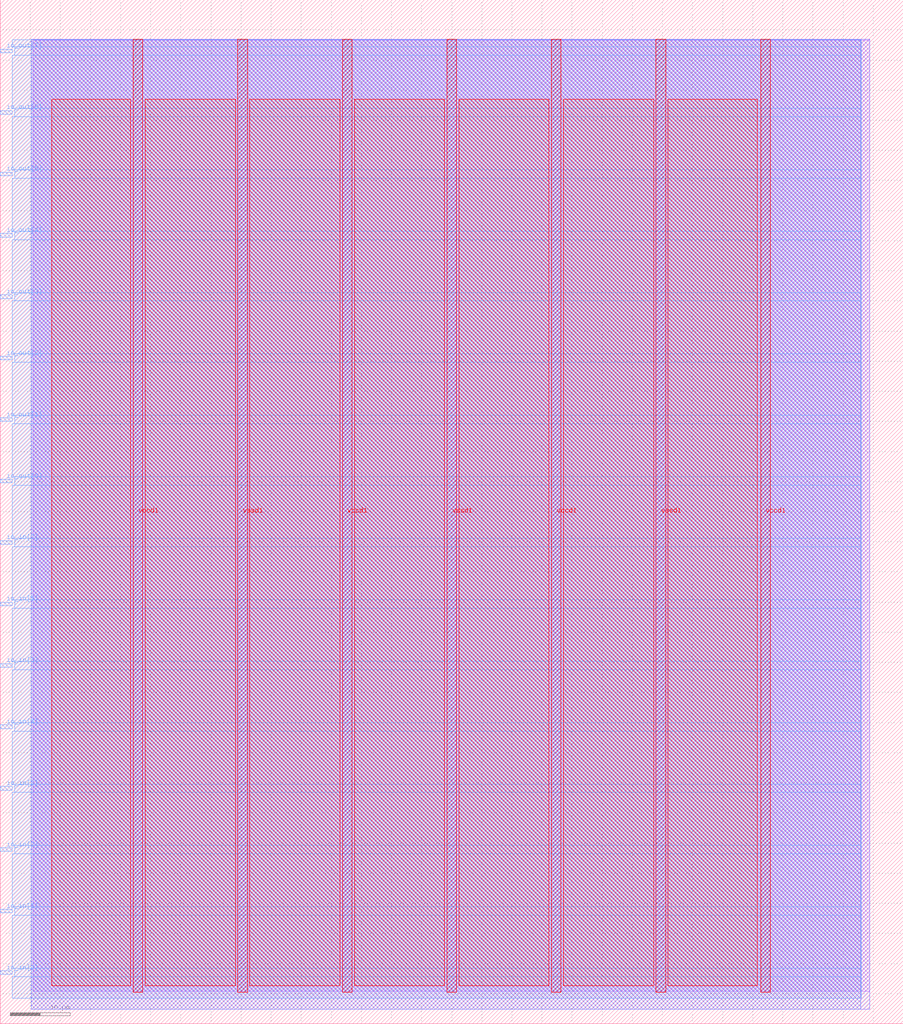
<source format=lef>
VERSION 5.7 ;
  NOWIREEXTENSIONATPIN ON ;
  DIVIDERCHAR "/" ;
  BUSBITCHARS "[]" ;
MACRO tholin_avalonsemi_5401
  CLASS BLOCK ;
  FOREIGN tholin_avalonsemi_5401 ;
  ORIGIN 0.000 0.000 ;
  SIZE 150.000 BY 170.000 ;
  PIN io_in[0]
    DIRECTION INPUT ;
    USE SIGNAL ;
    PORT
      LAYER met3 ;
        RECT 0.000 8.200 2.000 8.800 ;
    END
  END io_in[0]
  PIN io_in[1]
    DIRECTION INPUT ;
    USE SIGNAL ;
    PORT
      LAYER met3 ;
        RECT 0.000 18.400 2.000 19.000 ;
    END
  END io_in[1]
  PIN io_in[2]
    DIRECTION INPUT ;
    USE SIGNAL ;
    PORT
      LAYER met3 ;
        RECT 0.000 28.600 2.000 29.200 ;
    END
  END io_in[2]
  PIN io_in[3]
    DIRECTION INPUT ;
    USE SIGNAL ;
    PORT
      LAYER met3 ;
        RECT 0.000 38.800 2.000 39.400 ;
    END
  END io_in[3]
  PIN io_in[4]
    DIRECTION INPUT ;
    USE SIGNAL ;
    PORT
      LAYER met3 ;
        RECT 0.000 49.000 2.000 49.600 ;
    END
  END io_in[4]
  PIN io_in[5]
    DIRECTION INPUT ;
    USE SIGNAL ;
    PORT
      LAYER met3 ;
        RECT 0.000 59.200 2.000 59.800 ;
    END
  END io_in[5]
  PIN io_in[6]
    DIRECTION INPUT ;
    USE SIGNAL ;
    PORT
      LAYER met3 ;
        RECT 0.000 69.400 2.000 70.000 ;
    END
  END io_in[6]
  PIN io_in[7]
    DIRECTION INPUT ;
    USE SIGNAL ;
    PORT
      LAYER met3 ;
        RECT 0.000 79.600 2.000 80.200 ;
    END
  END io_in[7]
  PIN io_out[0]
    DIRECTION OUTPUT TRISTATE ;
    USE SIGNAL ;
    PORT
      LAYER met3 ;
        RECT 0.000 89.800 2.000 90.400 ;
    END
  END io_out[0]
  PIN io_out[1]
    DIRECTION OUTPUT TRISTATE ;
    USE SIGNAL ;
    PORT
      LAYER met3 ;
        RECT 0.000 100.000 2.000 100.600 ;
    END
  END io_out[1]
  PIN io_out[2]
    DIRECTION OUTPUT TRISTATE ;
    USE SIGNAL ;
    PORT
      LAYER met3 ;
        RECT 0.000 110.200 2.000 110.800 ;
    END
  END io_out[2]
  PIN io_out[3]
    DIRECTION OUTPUT TRISTATE ;
    USE SIGNAL ;
    PORT
      LAYER met3 ;
        RECT 0.000 120.400 2.000 121.000 ;
    END
  END io_out[3]
  PIN io_out[4]
    DIRECTION OUTPUT TRISTATE ;
    USE SIGNAL ;
    PORT
      LAYER met3 ;
        RECT 0.000 130.600 2.000 131.200 ;
    END
  END io_out[4]
  PIN io_out[5]
    DIRECTION OUTPUT TRISTATE ;
    USE SIGNAL ;
    PORT
      LAYER met3 ;
        RECT 0.000 140.800 2.000 141.400 ;
    END
  END io_out[5]
  PIN io_out[6]
    DIRECTION OUTPUT TRISTATE ;
    USE SIGNAL ;
    PORT
      LAYER met3 ;
        RECT 0.000 151.000 2.000 151.600 ;
    END
  END io_out[6]
  PIN io_out[7]
    DIRECTION OUTPUT TRISTATE ;
    USE SIGNAL ;
    PORT
      LAYER met3 ;
        RECT 0.000 161.200 2.000 161.800 ;
    END
  END io_out[7]
  PIN vccd1
    DIRECTION INOUT ;
    USE POWER ;
    PORT
      LAYER met4 ;
        RECT 22.090 5.200 23.690 163.440 ;
    END
    PORT
      LAYER met4 ;
        RECT 56.830 5.200 58.430 163.440 ;
    END
    PORT
      LAYER met4 ;
        RECT 91.570 5.200 93.170 163.440 ;
    END
    PORT
      LAYER met4 ;
        RECT 126.310 5.200 127.910 163.440 ;
    END
  END vccd1
  PIN vssd1
    DIRECTION INOUT ;
    USE GROUND ;
    PORT
      LAYER met4 ;
        RECT 39.460 5.200 41.060 163.440 ;
    END
    PORT
      LAYER met4 ;
        RECT 74.200 5.200 75.800 163.440 ;
    END
    PORT
      LAYER met4 ;
        RECT 108.940 5.200 110.540 163.440 ;
    END
  END vssd1
  OBS
      LAYER li1 ;
        RECT 5.520 5.355 144.440 163.285 ;
      LAYER met1 ;
        RECT 5.130 2.420 144.440 163.440 ;
      LAYER met2 ;
        RECT 5.160 2.390 142.970 163.385 ;
      LAYER met3 ;
        RECT 2.000 162.200 142.995 163.365 ;
        RECT 2.400 160.800 142.995 162.200 ;
        RECT 2.000 152.000 142.995 160.800 ;
        RECT 2.400 150.600 142.995 152.000 ;
        RECT 2.000 141.800 142.995 150.600 ;
        RECT 2.400 140.400 142.995 141.800 ;
        RECT 2.000 131.600 142.995 140.400 ;
        RECT 2.400 130.200 142.995 131.600 ;
        RECT 2.000 121.400 142.995 130.200 ;
        RECT 2.400 120.000 142.995 121.400 ;
        RECT 2.000 111.200 142.995 120.000 ;
        RECT 2.400 109.800 142.995 111.200 ;
        RECT 2.000 101.000 142.995 109.800 ;
        RECT 2.400 99.600 142.995 101.000 ;
        RECT 2.000 90.800 142.995 99.600 ;
        RECT 2.400 89.400 142.995 90.800 ;
        RECT 2.000 80.600 142.995 89.400 ;
        RECT 2.400 79.200 142.995 80.600 ;
        RECT 2.000 70.400 142.995 79.200 ;
        RECT 2.400 69.000 142.995 70.400 ;
        RECT 2.000 60.200 142.995 69.000 ;
        RECT 2.400 58.800 142.995 60.200 ;
        RECT 2.000 50.000 142.995 58.800 ;
        RECT 2.400 48.600 142.995 50.000 ;
        RECT 2.000 39.800 142.995 48.600 ;
        RECT 2.400 38.400 142.995 39.800 ;
        RECT 2.000 29.600 142.995 38.400 ;
        RECT 2.400 28.200 142.995 29.600 ;
        RECT 2.000 19.400 142.995 28.200 ;
        RECT 2.400 18.000 142.995 19.400 ;
        RECT 2.000 9.200 142.995 18.000 ;
        RECT 2.400 7.800 142.995 9.200 ;
        RECT 2.000 4.255 142.995 7.800 ;
      LAYER met4 ;
        RECT 8.575 6.295 21.690 153.505 ;
        RECT 24.090 6.295 39.060 153.505 ;
        RECT 41.460 6.295 56.430 153.505 ;
        RECT 58.830 6.295 73.800 153.505 ;
        RECT 76.200 6.295 91.170 153.505 ;
        RECT 93.570 6.295 108.540 153.505 ;
        RECT 110.940 6.295 125.745 153.505 ;
  END
END tholin_avalonsemi_5401
END LIBRARY


</source>
